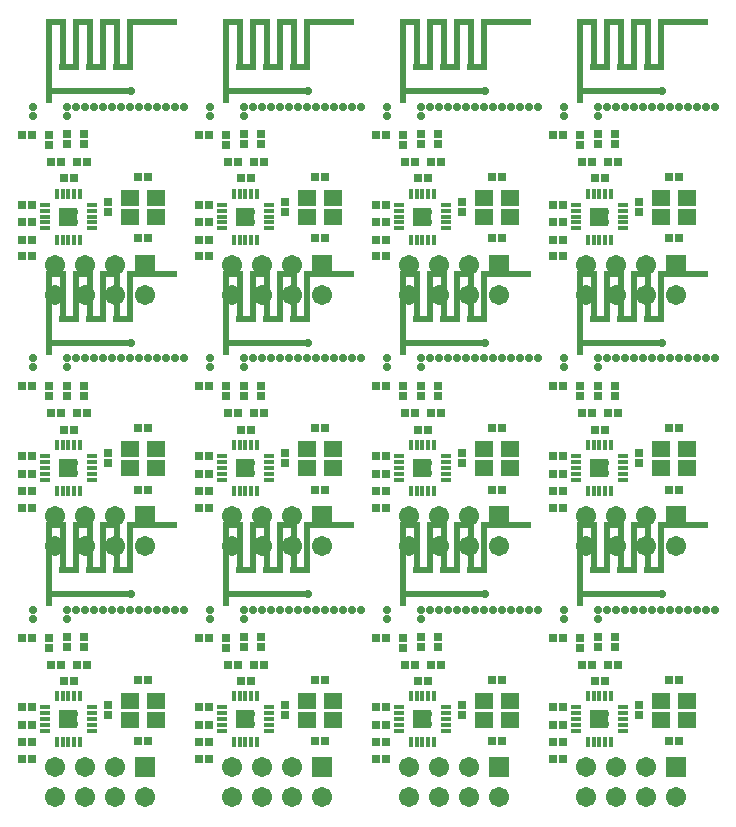
<source format=gts>
G04*
G04 #@! TF.GenerationSoftware,Altium Limited,Altium Designer,18.1.7 (191)*
G04*
G04 Layer_Color=8388736*
%FSLAX25Y25*%
%MOIN*%
G70*
G01*
G75*
%ADD29R,0.02000X0.17000*%
%ADD30R,0.06500X0.02000*%
%ADD31R,0.27300X0.02000*%
%ADD33R,0.16500X0.02000*%
%ADD40R,0.02000X0.28000*%
%ADD41R,0.02762X0.02959*%
%ADD42R,0.06400X0.06400*%
%ADD43O,0.03550X0.01502*%
%ADD44O,0.01502X0.03550*%
%ADD45R,0.02959X0.02762*%
%ADD46R,0.06312X0.05328*%
%ADD47C,0.06706*%
%ADD48R,0.06706X0.06706*%
%ADD49C,0.02769*%
D29*
X189313Y261500D02*
D03*
X198313D02*
D03*
X207313D02*
D03*
X202813D02*
D03*
X193813D02*
D03*
X184813D02*
D03*
X248313D02*
D03*
X257313D02*
D03*
X266313D02*
D03*
X261813D02*
D03*
X252813D02*
D03*
X243813D02*
D03*
X307313D02*
D03*
X316313D02*
D03*
X325313D02*
D03*
X320813D02*
D03*
X311813D02*
D03*
X302813D02*
D03*
X366313D02*
D03*
X375313D02*
D03*
X384313D02*
D03*
X379813D02*
D03*
X370813D02*
D03*
X361813D02*
D03*
X189313Y345282D02*
D03*
X198313D02*
D03*
X207313D02*
D03*
X202813D02*
D03*
X193813D02*
D03*
X184813D02*
D03*
X248313D02*
D03*
X257313D02*
D03*
X266313D02*
D03*
X261813D02*
D03*
X252813D02*
D03*
X243813D02*
D03*
X307313D02*
D03*
X316313D02*
D03*
X325313D02*
D03*
X320813D02*
D03*
X311813D02*
D03*
X302813D02*
D03*
X366313D02*
D03*
X375313D02*
D03*
X384313D02*
D03*
X379813D02*
D03*
X370813D02*
D03*
X361813D02*
D03*
X189313Y429064D02*
D03*
X198313D02*
D03*
X207313D02*
D03*
X202813D02*
D03*
X193813D02*
D03*
X184813D02*
D03*
X248313D02*
D03*
X257313D02*
D03*
X266313D02*
D03*
X261813D02*
D03*
X252813D02*
D03*
X243813D02*
D03*
X307313D02*
D03*
X316313D02*
D03*
X325313D02*
D03*
X320813D02*
D03*
X311813D02*
D03*
X302813D02*
D03*
X366313D02*
D03*
X375313D02*
D03*
X384313D02*
D03*
X379813D02*
D03*
X370813D02*
D03*
X361813D02*
D03*
D30*
X205063Y254000D02*
D03*
X196063D02*
D03*
X187063D02*
D03*
X191563Y269000D02*
D03*
X182563D02*
D03*
X200563D02*
D03*
X264063Y254000D02*
D03*
X255063D02*
D03*
X246063D02*
D03*
X250563Y269000D02*
D03*
X241563D02*
D03*
X259563D02*
D03*
X323063Y254000D02*
D03*
X314063D02*
D03*
X305063D02*
D03*
X309563Y269000D02*
D03*
X300563D02*
D03*
X318563D02*
D03*
X382063Y254000D02*
D03*
X373063D02*
D03*
X364063D02*
D03*
X368563Y269000D02*
D03*
X359563D02*
D03*
X377563D02*
D03*
X205063Y337782D02*
D03*
X196063D02*
D03*
X187063D02*
D03*
X191563Y352782D02*
D03*
X182563D02*
D03*
X200563D02*
D03*
X264063Y337782D02*
D03*
X255063D02*
D03*
X246063D02*
D03*
X250563Y352782D02*
D03*
X241563D02*
D03*
X259563D02*
D03*
X323063Y337782D02*
D03*
X314063D02*
D03*
X305063D02*
D03*
X309563Y352782D02*
D03*
X300563D02*
D03*
X318563D02*
D03*
X382063Y337782D02*
D03*
X373063D02*
D03*
X364063D02*
D03*
X368563Y352782D02*
D03*
X359563D02*
D03*
X377563D02*
D03*
X205063Y421563D02*
D03*
X196063D02*
D03*
X187063D02*
D03*
X191563Y436563D02*
D03*
X182563D02*
D03*
X200563D02*
D03*
X264063Y421563D02*
D03*
X255063D02*
D03*
X246063D02*
D03*
X250563Y436563D02*
D03*
X241563D02*
D03*
X259563D02*
D03*
X323063Y421563D02*
D03*
X314063D02*
D03*
X305063D02*
D03*
X309563Y436563D02*
D03*
X300563D02*
D03*
X318563D02*
D03*
X382063Y421563D02*
D03*
X373063D02*
D03*
X364063D02*
D03*
X368563Y436563D02*
D03*
X359563D02*
D03*
X377563D02*
D03*
D31*
X194913Y246000D02*
D03*
X253913D02*
D03*
X312913D02*
D03*
X371913D02*
D03*
X194913Y329782D02*
D03*
X253913D02*
D03*
X312913D02*
D03*
X371913D02*
D03*
X194913Y413563D02*
D03*
X253913D02*
D03*
X312913D02*
D03*
X371913D02*
D03*
D33*
X214563Y269000D02*
D03*
X273563D02*
D03*
X332563D02*
D03*
X391563D02*
D03*
X214563Y352782D02*
D03*
X273563D02*
D03*
X332563D02*
D03*
X391563D02*
D03*
X214563Y436563D02*
D03*
X273563D02*
D03*
X332563D02*
D03*
X391563D02*
D03*
D40*
X180313Y256000D02*
D03*
X239313D02*
D03*
X298313D02*
D03*
X357313D02*
D03*
X180313Y339782D02*
D03*
X239313D02*
D03*
X298313D02*
D03*
X357313D02*
D03*
X180313Y423563D02*
D03*
X239313D02*
D03*
X298313D02*
D03*
X357313D02*
D03*
D41*
X180827Y222500D02*
D03*
X184173D02*
D03*
X171327Y208260D02*
D03*
X174673D02*
D03*
X171327Y202354D02*
D03*
X174673D02*
D03*
X185327Y217000D02*
D03*
X188673D02*
D03*
X174500Y231500D02*
D03*
X171153D02*
D03*
X174673Y196646D02*
D03*
X171327D02*
D03*
X174673Y191000D02*
D03*
X171327D02*
D03*
X192847Y222500D02*
D03*
X189500D02*
D03*
X213173Y217500D02*
D03*
X209827D02*
D03*
X209827Y197000D02*
D03*
X213173D02*
D03*
X239827Y222500D02*
D03*
X243173D02*
D03*
X230327Y208260D02*
D03*
X233673D02*
D03*
X230327Y202354D02*
D03*
X233673D02*
D03*
X244327Y217000D02*
D03*
X247673D02*
D03*
X233500Y231500D02*
D03*
X230153D02*
D03*
X233673Y196646D02*
D03*
X230327D02*
D03*
X233673Y191000D02*
D03*
X230327D02*
D03*
X251847Y222500D02*
D03*
X248500D02*
D03*
X272173Y217500D02*
D03*
X268827D02*
D03*
X268827Y197000D02*
D03*
X272173D02*
D03*
X298827Y222500D02*
D03*
X302173D02*
D03*
X289327Y208260D02*
D03*
X292673D02*
D03*
X289327Y202354D02*
D03*
X292673D02*
D03*
X303327Y217000D02*
D03*
X306673D02*
D03*
X292500Y231500D02*
D03*
X289154D02*
D03*
X292673Y196646D02*
D03*
X289327D02*
D03*
X292673Y191000D02*
D03*
X289327D02*
D03*
X310846Y222500D02*
D03*
X307500D02*
D03*
X331173Y217500D02*
D03*
X327827D02*
D03*
X327827Y197000D02*
D03*
X331173D02*
D03*
X357827Y222500D02*
D03*
X361173D02*
D03*
X348327Y208260D02*
D03*
X351673D02*
D03*
X348327Y202354D02*
D03*
X351673D02*
D03*
X362327Y217000D02*
D03*
X365673D02*
D03*
X351500Y231500D02*
D03*
X348153D02*
D03*
X351673Y196646D02*
D03*
X348327D02*
D03*
X351673Y191000D02*
D03*
X348327D02*
D03*
X369847Y222500D02*
D03*
X366500D02*
D03*
X390173Y217500D02*
D03*
X386827D02*
D03*
X386827Y197000D02*
D03*
X390173D02*
D03*
X180827Y306282D02*
D03*
X184173D02*
D03*
X171327Y292042D02*
D03*
X174673D02*
D03*
X171327Y286136D02*
D03*
X174673D02*
D03*
X185327Y300782D02*
D03*
X188673D02*
D03*
X174500Y315282D02*
D03*
X171153D02*
D03*
X174673Y280427D02*
D03*
X171327D02*
D03*
X174673Y274782D02*
D03*
X171327D02*
D03*
X192847Y306282D02*
D03*
X189500D02*
D03*
X213173Y301282D02*
D03*
X209827D02*
D03*
X209827Y280782D02*
D03*
X213173D02*
D03*
X239827Y306282D02*
D03*
X243173D02*
D03*
X230327Y292042D02*
D03*
X233673D02*
D03*
X230327Y286136D02*
D03*
X233673D02*
D03*
X244327Y300782D02*
D03*
X247673D02*
D03*
X233500Y315282D02*
D03*
X230153D02*
D03*
X233673Y280427D02*
D03*
X230327D02*
D03*
X233673Y274782D02*
D03*
X230327D02*
D03*
X251847Y306282D02*
D03*
X248500D02*
D03*
X272173Y301282D02*
D03*
X268827D02*
D03*
X268827Y280782D02*
D03*
X272173D02*
D03*
X298827Y306282D02*
D03*
X302173D02*
D03*
X289327Y292042D02*
D03*
X292673D02*
D03*
X289327Y286136D02*
D03*
X292673D02*
D03*
X303327Y300782D02*
D03*
X306673D02*
D03*
X292500Y315282D02*
D03*
X289154D02*
D03*
X292673Y280427D02*
D03*
X289327D02*
D03*
X292673Y274782D02*
D03*
X289327D02*
D03*
X310846Y306282D02*
D03*
X307500D02*
D03*
X331173Y301282D02*
D03*
X327827D02*
D03*
X327827Y280782D02*
D03*
X331173D02*
D03*
X357827Y306282D02*
D03*
X361173D02*
D03*
X348327Y292042D02*
D03*
X351673D02*
D03*
X348327Y286136D02*
D03*
X351673D02*
D03*
X362327Y300782D02*
D03*
X365673D02*
D03*
X351500Y315282D02*
D03*
X348153D02*
D03*
X351673Y280427D02*
D03*
X348327D02*
D03*
X351673Y274782D02*
D03*
X348327D02*
D03*
X369847Y306282D02*
D03*
X366500D02*
D03*
X390173Y301282D02*
D03*
X386827D02*
D03*
X386827Y280782D02*
D03*
X390173D02*
D03*
X180827Y390064D02*
D03*
X184173D02*
D03*
X171327Y375823D02*
D03*
X174673D02*
D03*
X171327Y369918D02*
D03*
X174673D02*
D03*
X185327Y384563D02*
D03*
X188673D02*
D03*
X174500Y399063D02*
D03*
X171153D02*
D03*
X174673Y364209D02*
D03*
X171327D02*
D03*
X174673Y358563D02*
D03*
X171327D02*
D03*
X192847Y390064D02*
D03*
X189500D02*
D03*
X213173Y385064D02*
D03*
X209827D02*
D03*
X209827Y364563D02*
D03*
X213173D02*
D03*
X239827Y390064D02*
D03*
X243173D02*
D03*
X230327Y375823D02*
D03*
X233673D02*
D03*
X230327Y369918D02*
D03*
X233673D02*
D03*
X244327Y384563D02*
D03*
X247673D02*
D03*
X233500Y399063D02*
D03*
X230153D02*
D03*
X233673Y364209D02*
D03*
X230327D02*
D03*
X233673Y358563D02*
D03*
X230327D02*
D03*
X251847Y390064D02*
D03*
X248500D02*
D03*
X272173Y385064D02*
D03*
X268827D02*
D03*
X268827Y364563D02*
D03*
X272173D02*
D03*
X298827Y390064D02*
D03*
X302173D02*
D03*
X289327Y375823D02*
D03*
X292673D02*
D03*
X289327Y369918D02*
D03*
X292673D02*
D03*
X303327Y384563D02*
D03*
X306673D02*
D03*
X292500Y399063D02*
D03*
X289154D02*
D03*
X292673Y364209D02*
D03*
X289327D02*
D03*
X292673Y358563D02*
D03*
X289327D02*
D03*
X310846Y390064D02*
D03*
X307500D02*
D03*
X331173Y385064D02*
D03*
X327827D02*
D03*
X327827Y364563D02*
D03*
X331173D02*
D03*
X357827Y390064D02*
D03*
X361173D02*
D03*
X348327Y375823D02*
D03*
X351673D02*
D03*
X348327Y369918D02*
D03*
X351673D02*
D03*
X362327Y384563D02*
D03*
X365673D02*
D03*
X351500Y399063D02*
D03*
X348153D02*
D03*
X351673Y364209D02*
D03*
X348327D02*
D03*
X351673Y358563D02*
D03*
X348327D02*
D03*
X369847Y390064D02*
D03*
X366500D02*
D03*
X390173Y385064D02*
D03*
X386827D02*
D03*
X386827Y364563D02*
D03*
X390173D02*
D03*
D42*
X186750Y204300D02*
D03*
X245750D02*
D03*
X304750D02*
D03*
X363750D02*
D03*
X186750Y288082D02*
D03*
X245750D02*
D03*
X304750D02*
D03*
X363750D02*
D03*
X186750Y371864D02*
D03*
X245750D02*
D03*
X304750D02*
D03*
X363750D02*
D03*
D43*
X179073Y200363D02*
D03*
Y202331D02*
D03*
Y204300D02*
D03*
Y206269D02*
D03*
Y208237D02*
D03*
X194427D02*
D03*
Y206269D02*
D03*
Y204300D02*
D03*
Y202331D02*
D03*
Y200363D02*
D03*
X238073D02*
D03*
Y202331D02*
D03*
Y204300D02*
D03*
Y206269D02*
D03*
Y208237D02*
D03*
X253427D02*
D03*
Y206269D02*
D03*
Y204300D02*
D03*
Y202331D02*
D03*
Y200363D02*
D03*
X297073D02*
D03*
Y202331D02*
D03*
Y204300D02*
D03*
Y206269D02*
D03*
Y208237D02*
D03*
X312427D02*
D03*
Y206269D02*
D03*
Y204300D02*
D03*
Y202331D02*
D03*
Y200363D02*
D03*
X356073D02*
D03*
Y202331D02*
D03*
Y204300D02*
D03*
Y206269D02*
D03*
Y208237D02*
D03*
X371427D02*
D03*
Y206269D02*
D03*
Y204300D02*
D03*
Y202331D02*
D03*
Y200363D02*
D03*
X179073Y284145D02*
D03*
Y286113D02*
D03*
Y288082D02*
D03*
Y290050D02*
D03*
Y292019D02*
D03*
X194427D02*
D03*
Y290050D02*
D03*
Y288082D02*
D03*
Y286113D02*
D03*
Y284145D02*
D03*
X238073D02*
D03*
Y286113D02*
D03*
Y288082D02*
D03*
Y290050D02*
D03*
Y292019D02*
D03*
X253427D02*
D03*
Y290050D02*
D03*
Y288082D02*
D03*
Y286113D02*
D03*
Y284145D02*
D03*
X297073D02*
D03*
Y286113D02*
D03*
Y288082D02*
D03*
Y290050D02*
D03*
Y292019D02*
D03*
X312427D02*
D03*
Y290050D02*
D03*
Y288082D02*
D03*
Y286113D02*
D03*
Y284145D02*
D03*
X356073D02*
D03*
Y286113D02*
D03*
Y288082D02*
D03*
Y290050D02*
D03*
Y292019D02*
D03*
X371427D02*
D03*
Y290050D02*
D03*
Y288082D02*
D03*
Y286113D02*
D03*
Y284145D02*
D03*
X179073Y367927D02*
D03*
Y369895D02*
D03*
Y371864D02*
D03*
Y373832D02*
D03*
Y375800D02*
D03*
X194427D02*
D03*
Y373832D02*
D03*
Y371864D02*
D03*
Y369895D02*
D03*
Y367927D02*
D03*
X238073D02*
D03*
Y369895D02*
D03*
Y371864D02*
D03*
Y373832D02*
D03*
Y375800D02*
D03*
X253427D02*
D03*
Y373832D02*
D03*
Y371864D02*
D03*
Y369895D02*
D03*
Y367927D02*
D03*
X297073D02*
D03*
Y369895D02*
D03*
Y371864D02*
D03*
Y373832D02*
D03*
Y375800D02*
D03*
X312427D02*
D03*
Y373832D02*
D03*
Y371864D02*
D03*
Y369895D02*
D03*
Y367927D02*
D03*
X356073D02*
D03*
Y369895D02*
D03*
Y371864D02*
D03*
Y373832D02*
D03*
Y375800D02*
D03*
X371427D02*
D03*
Y373832D02*
D03*
Y371864D02*
D03*
Y369895D02*
D03*
Y367927D02*
D03*
D44*
X182813Y211977D02*
D03*
X184782D02*
D03*
X186750D02*
D03*
X188718D02*
D03*
X190687D02*
D03*
Y196623D02*
D03*
X188718D02*
D03*
X186750D02*
D03*
X184782D02*
D03*
X182813D02*
D03*
X241813Y211977D02*
D03*
X243781D02*
D03*
X245750D02*
D03*
X247719D02*
D03*
X249687D02*
D03*
Y196623D02*
D03*
X247719D02*
D03*
X245750D02*
D03*
X243781D02*
D03*
X241813D02*
D03*
X300813Y211977D02*
D03*
X302782D02*
D03*
X304750D02*
D03*
X306718D02*
D03*
X308687D02*
D03*
Y196623D02*
D03*
X306718D02*
D03*
X304750D02*
D03*
X302782D02*
D03*
X300813D02*
D03*
X359813Y211977D02*
D03*
X361782D02*
D03*
X363750D02*
D03*
X365719D02*
D03*
X367687D02*
D03*
Y196623D02*
D03*
X365719D02*
D03*
X363750D02*
D03*
X361782D02*
D03*
X359813D02*
D03*
X182813Y295759D02*
D03*
X184782D02*
D03*
X186750D02*
D03*
X188718D02*
D03*
X190687D02*
D03*
Y280405D02*
D03*
X188718D02*
D03*
X186750D02*
D03*
X184782D02*
D03*
X182813D02*
D03*
X241813Y295759D02*
D03*
X243781D02*
D03*
X245750D02*
D03*
X247719D02*
D03*
X249687D02*
D03*
Y280405D02*
D03*
X247719D02*
D03*
X245750D02*
D03*
X243781D02*
D03*
X241813D02*
D03*
X300813Y295759D02*
D03*
X302782D02*
D03*
X304750D02*
D03*
X306718D02*
D03*
X308687D02*
D03*
Y280405D02*
D03*
X306718D02*
D03*
X304750D02*
D03*
X302782D02*
D03*
X300813D02*
D03*
X359813Y295759D02*
D03*
X361782D02*
D03*
X363750D02*
D03*
X365719D02*
D03*
X367687D02*
D03*
Y280405D02*
D03*
X365719D02*
D03*
X363750D02*
D03*
X361782D02*
D03*
X359813D02*
D03*
X182813Y379541D02*
D03*
X184782D02*
D03*
X186750D02*
D03*
X188718D02*
D03*
X190687D02*
D03*
Y364186D02*
D03*
X188718D02*
D03*
X186750D02*
D03*
X184782D02*
D03*
X182813D02*
D03*
X241813Y379541D02*
D03*
X243781D02*
D03*
X245750D02*
D03*
X247719D02*
D03*
X249687D02*
D03*
Y364186D02*
D03*
X247719D02*
D03*
X245750D02*
D03*
X243781D02*
D03*
X241813D02*
D03*
X300813Y379541D02*
D03*
X302782D02*
D03*
X304750D02*
D03*
X306718D02*
D03*
X308687D02*
D03*
Y364186D02*
D03*
X306718D02*
D03*
X304750D02*
D03*
X302782D02*
D03*
X300813D02*
D03*
X359813Y379541D02*
D03*
X361782D02*
D03*
X363750D02*
D03*
X365719D02*
D03*
X367687D02*
D03*
Y364186D02*
D03*
X365719D02*
D03*
X363750D02*
D03*
X361782D02*
D03*
X359813D02*
D03*
D45*
X180250Y231500D02*
D03*
Y228153D02*
D03*
X200000Y209173D02*
D03*
Y205827D02*
D03*
X186219Y228327D02*
D03*
Y231673D02*
D03*
X192000Y228327D02*
D03*
Y231673D02*
D03*
X239250Y231500D02*
D03*
Y228153D02*
D03*
X259000Y209173D02*
D03*
Y205827D02*
D03*
X245218Y228327D02*
D03*
Y231673D02*
D03*
X251000Y228327D02*
D03*
Y231673D02*
D03*
X298250Y231500D02*
D03*
Y228153D02*
D03*
X318000Y209173D02*
D03*
Y205827D02*
D03*
X304219Y228327D02*
D03*
Y231673D02*
D03*
X310000Y228327D02*
D03*
Y231673D02*
D03*
X357250Y231500D02*
D03*
Y228153D02*
D03*
X377000Y209173D02*
D03*
Y205827D02*
D03*
X363218Y228327D02*
D03*
Y231673D02*
D03*
X369000Y228327D02*
D03*
Y231673D02*
D03*
X180250Y315282D02*
D03*
Y311935D02*
D03*
X200000Y292955D02*
D03*
Y289609D02*
D03*
X186219Y312108D02*
D03*
Y315455D02*
D03*
X192000Y312108D02*
D03*
Y315455D02*
D03*
X239250Y315282D02*
D03*
Y311935D02*
D03*
X259000Y292955D02*
D03*
Y289609D02*
D03*
X245218Y312108D02*
D03*
Y315455D02*
D03*
X251000Y312108D02*
D03*
Y315455D02*
D03*
X298250Y315282D02*
D03*
Y311935D02*
D03*
X318000Y292955D02*
D03*
Y289609D02*
D03*
X304219Y312108D02*
D03*
Y315455D02*
D03*
X310000Y312108D02*
D03*
Y315455D02*
D03*
X357250Y315282D02*
D03*
Y311935D02*
D03*
X377000Y292955D02*
D03*
Y289609D02*
D03*
X363218Y312108D02*
D03*
Y315455D02*
D03*
X369000Y312108D02*
D03*
Y315455D02*
D03*
X180250Y399063D02*
D03*
Y395717D02*
D03*
X200000Y376737D02*
D03*
Y373390D02*
D03*
X186219Y395890D02*
D03*
Y399237D02*
D03*
X192000Y395890D02*
D03*
Y399237D02*
D03*
X239250Y399063D02*
D03*
Y395717D02*
D03*
X259000Y376737D02*
D03*
Y373390D02*
D03*
X245218Y395890D02*
D03*
Y399237D02*
D03*
X251000Y395890D02*
D03*
Y399237D02*
D03*
X298250Y399063D02*
D03*
Y395717D02*
D03*
X318000Y376737D02*
D03*
Y373390D02*
D03*
X304219Y395890D02*
D03*
Y399237D02*
D03*
X310000Y395890D02*
D03*
Y399237D02*
D03*
X357250Y399063D02*
D03*
Y395717D02*
D03*
X377000Y376737D02*
D03*
Y373390D02*
D03*
X363218Y395890D02*
D03*
Y399237D02*
D03*
X369000Y395890D02*
D03*
Y399237D02*
D03*
D46*
X215988Y204201D02*
D03*
X207327Y210500D02*
D03*
Y204201D02*
D03*
X215988Y210500D02*
D03*
X274988Y204201D02*
D03*
X266327Y210500D02*
D03*
Y204201D02*
D03*
X274988Y210500D02*
D03*
X333988Y204201D02*
D03*
X325327Y210500D02*
D03*
Y204201D02*
D03*
X333988Y210500D02*
D03*
X392988Y204201D02*
D03*
X384327Y210500D02*
D03*
Y204201D02*
D03*
X392988Y210500D02*
D03*
X215988Y287983D02*
D03*
X207327Y294282D02*
D03*
Y287983D02*
D03*
X215988Y294282D02*
D03*
X274988Y287983D02*
D03*
X266327Y294282D02*
D03*
Y287983D02*
D03*
X274988Y294282D02*
D03*
X333988Y287983D02*
D03*
X325327Y294282D02*
D03*
Y287983D02*
D03*
X333988Y294282D02*
D03*
X392988Y287983D02*
D03*
X384327Y294282D02*
D03*
Y287983D02*
D03*
X392988Y294282D02*
D03*
X215988Y371764D02*
D03*
X207327Y378064D02*
D03*
Y371764D02*
D03*
X215988Y378064D02*
D03*
X274988Y371764D02*
D03*
X266327Y378064D02*
D03*
Y371764D02*
D03*
X274988Y378064D02*
D03*
X333988Y371764D02*
D03*
X325327Y378064D02*
D03*
Y371764D02*
D03*
X333988Y378064D02*
D03*
X392988Y371764D02*
D03*
X384327Y378064D02*
D03*
Y371764D02*
D03*
X392988Y378064D02*
D03*
D47*
X182150Y178300D02*
D03*
Y188300D02*
D03*
X192150Y178300D02*
D03*
Y188300D02*
D03*
X202150Y178300D02*
D03*
Y188300D02*
D03*
X212150Y178300D02*
D03*
X241150D02*
D03*
Y188300D02*
D03*
X251150Y178300D02*
D03*
Y188300D02*
D03*
X261150Y178300D02*
D03*
Y188300D02*
D03*
X271150Y178300D02*
D03*
X300150D02*
D03*
Y188300D02*
D03*
X310150Y178300D02*
D03*
Y188300D02*
D03*
X320150Y178300D02*
D03*
Y188300D02*
D03*
X330150Y178300D02*
D03*
X359150D02*
D03*
Y188300D02*
D03*
X369150Y178300D02*
D03*
Y188300D02*
D03*
X379150Y178300D02*
D03*
Y188300D02*
D03*
X389150Y178300D02*
D03*
X182150Y262082D02*
D03*
Y272082D02*
D03*
X192150Y262082D02*
D03*
Y272082D02*
D03*
X202150Y262082D02*
D03*
Y272082D02*
D03*
X212150Y262082D02*
D03*
X241150D02*
D03*
Y272082D02*
D03*
X251150Y262082D02*
D03*
Y272082D02*
D03*
X261150Y262082D02*
D03*
Y272082D02*
D03*
X271150Y262082D02*
D03*
X300150D02*
D03*
Y272082D02*
D03*
X310150Y262082D02*
D03*
Y272082D02*
D03*
X320150Y262082D02*
D03*
Y272082D02*
D03*
X330150Y262082D02*
D03*
X359150D02*
D03*
Y272082D02*
D03*
X369150Y262082D02*
D03*
Y272082D02*
D03*
X379150Y262082D02*
D03*
Y272082D02*
D03*
X389150Y262082D02*
D03*
X182150Y345864D02*
D03*
Y355863D02*
D03*
X192150Y345864D02*
D03*
Y355863D02*
D03*
X202150Y345864D02*
D03*
Y355863D02*
D03*
X212150Y345864D02*
D03*
X241150D02*
D03*
Y355863D02*
D03*
X251150Y345864D02*
D03*
Y355863D02*
D03*
X261150Y345864D02*
D03*
Y355863D02*
D03*
X271150Y345864D02*
D03*
X300150D02*
D03*
Y355863D02*
D03*
X310150Y345864D02*
D03*
Y355863D02*
D03*
X320150Y345864D02*
D03*
Y355863D02*
D03*
X330150Y345864D02*
D03*
X359150D02*
D03*
Y355863D02*
D03*
X369150Y345864D02*
D03*
Y355863D02*
D03*
X379150Y345864D02*
D03*
Y355863D02*
D03*
X389150Y345864D02*
D03*
D48*
X212150Y188300D02*
D03*
X271150D02*
D03*
X330150D02*
D03*
X389150D02*
D03*
X212150Y272082D02*
D03*
X271150D02*
D03*
X330150D02*
D03*
X389150D02*
D03*
X212150Y355863D02*
D03*
X271150D02*
D03*
X330150D02*
D03*
X389150D02*
D03*
D49*
X186750Y204300D02*
D03*
X188550Y202600D02*
D03*
Y205950D02*
D03*
X184900D02*
D03*
X185000Y202600D02*
D03*
X225113Y240850D02*
D03*
X222113D02*
D03*
X219113D02*
D03*
X216113D02*
D03*
X213113D02*
D03*
X174813Y237850D02*
D03*
X207563Y246000D02*
D03*
X174813Y240850D02*
D03*
X186113Y237850D02*
D03*
Y240850D02*
D03*
X189113D02*
D03*
X192113D02*
D03*
X195113D02*
D03*
X198113D02*
D03*
X201113D02*
D03*
X204113D02*
D03*
X207113D02*
D03*
X210113D02*
D03*
X245750Y204300D02*
D03*
X247550Y202600D02*
D03*
Y205950D02*
D03*
X243900D02*
D03*
X244000Y202600D02*
D03*
X284113Y240850D02*
D03*
X281113D02*
D03*
X278113D02*
D03*
X275113D02*
D03*
X272113D02*
D03*
X233813Y237850D02*
D03*
X266563Y246000D02*
D03*
X233813Y240850D02*
D03*
X245113Y237850D02*
D03*
Y240850D02*
D03*
X248113D02*
D03*
X251113D02*
D03*
X254113D02*
D03*
X257113D02*
D03*
X260113D02*
D03*
X263113D02*
D03*
X266113D02*
D03*
X269113D02*
D03*
X304750Y204300D02*
D03*
X306550Y202600D02*
D03*
Y205950D02*
D03*
X302900D02*
D03*
X303000Y202600D02*
D03*
X343113Y240850D02*
D03*
X340113D02*
D03*
X337113D02*
D03*
X334113D02*
D03*
X331113D02*
D03*
X292813Y237850D02*
D03*
X325563Y246000D02*
D03*
X292813Y240850D02*
D03*
X304113Y237850D02*
D03*
Y240850D02*
D03*
X307113D02*
D03*
X310113D02*
D03*
X313113D02*
D03*
X316113D02*
D03*
X319113D02*
D03*
X322113D02*
D03*
X325113D02*
D03*
X328113D02*
D03*
X363750Y204300D02*
D03*
X365550Y202600D02*
D03*
Y205950D02*
D03*
X361900D02*
D03*
X362000Y202600D02*
D03*
X402113Y240850D02*
D03*
X399113D02*
D03*
X396113D02*
D03*
X393113D02*
D03*
X390113D02*
D03*
X351813Y237850D02*
D03*
X384563Y246000D02*
D03*
X351813Y240850D02*
D03*
X363113Y237850D02*
D03*
Y240850D02*
D03*
X366113D02*
D03*
X369113D02*
D03*
X372113D02*
D03*
X375113D02*
D03*
X378113D02*
D03*
X381113D02*
D03*
X384113D02*
D03*
X387113D02*
D03*
X186750Y288082D02*
D03*
X188550Y286382D02*
D03*
Y289732D02*
D03*
X184900D02*
D03*
X185000Y286382D02*
D03*
X225113Y324632D02*
D03*
X222113D02*
D03*
X219113D02*
D03*
X216113D02*
D03*
X213113D02*
D03*
X174813Y321632D02*
D03*
X207563Y329782D02*
D03*
X174813Y324632D02*
D03*
X186113Y321632D02*
D03*
Y324632D02*
D03*
X189113D02*
D03*
X192113D02*
D03*
X195113D02*
D03*
X198113D02*
D03*
X201113D02*
D03*
X204113D02*
D03*
X207113D02*
D03*
X210113D02*
D03*
X245750Y288082D02*
D03*
X247550Y286382D02*
D03*
Y289732D02*
D03*
X243900D02*
D03*
X244000Y286382D02*
D03*
X284113Y324632D02*
D03*
X281113D02*
D03*
X278113D02*
D03*
X275113D02*
D03*
X272113D02*
D03*
X233813Y321632D02*
D03*
X266563Y329782D02*
D03*
X233813Y324632D02*
D03*
X245113Y321632D02*
D03*
Y324632D02*
D03*
X248113D02*
D03*
X251113D02*
D03*
X254113D02*
D03*
X257113D02*
D03*
X260113D02*
D03*
X263113D02*
D03*
X266113D02*
D03*
X269113D02*
D03*
X304750Y288082D02*
D03*
X306550Y286382D02*
D03*
Y289732D02*
D03*
X302900D02*
D03*
X303000Y286382D02*
D03*
X343113Y324632D02*
D03*
X340113D02*
D03*
X337113D02*
D03*
X334113D02*
D03*
X331113D02*
D03*
X292813Y321632D02*
D03*
X325563Y329782D02*
D03*
X292813Y324632D02*
D03*
X304113Y321632D02*
D03*
Y324632D02*
D03*
X307113D02*
D03*
X310113D02*
D03*
X313113D02*
D03*
X316113D02*
D03*
X319113D02*
D03*
X322113D02*
D03*
X325113D02*
D03*
X328113D02*
D03*
X363750Y288082D02*
D03*
X365550Y286382D02*
D03*
Y289732D02*
D03*
X361900D02*
D03*
X362000Y286382D02*
D03*
X402113Y324632D02*
D03*
X399113D02*
D03*
X396113D02*
D03*
X393113D02*
D03*
X390113D02*
D03*
X351813Y321632D02*
D03*
X384563Y329782D02*
D03*
X351813Y324632D02*
D03*
X363113Y321632D02*
D03*
Y324632D02*
D03*
X366113D02*
D03*
X369113D02*
D03*
X372113D02*
D03*
X375113D02*
D03*
X378113D02*
D03*
X381113D02*
D03*
X384113D02*
D03*
X387113D02*
D03*
X186750Y371864D02*
D03*
X188550Y370163D02*
D03*
Y373514D02*
D03*
X184900D02*
D03*
X185000Y370163D02*
D03*
X225113Y408414D02*
D03*
X222113D02*
D03*
X219113D02*
D03*
X216113D02*
D03*
X213113D02*
D03*
X174813Y405413D02*
D03*
X207563Y413563D02*
D03*
X174813Y408414D02*
D03*
X186113Y405413D02*
D03*
Y408414D02*
D03*
X189113D02*
D03*
X192113D02*
D03*
X195113D02*
D03*
X198113D02*
D03*
X201113D02*
D03*
X204113D02*
D03*
X207113D02*
D03*
X210113D02*
D03*
X245750Y371864D02*
D03*
X247550Y370163D02*
D03*
Y373514D02*
D03*
X243900D02*
D03*
X244000Y370163D02*
D03*
X284113Y408414D02*
D03*
X281113D02*
D03*
X278113D02*
D03*
X275113D02*
D03*
X272113D02*
D03*
X233813Y405413D02*
D03*
X266563Y413563D02*
D03*
X233813Y408414D02*
D03*
X245113Y405413D02*
D03*
Y408414D02*
D03*
X248113D02*
D03*
X251113D02*
D03*
X254113D02*
D03*
X257113D02*
D03*
X260113D02*
D03*
X263113D02*
D03*
X266113D02*
D03*
X269113D02*
D03*
X304750Y371864D02*
D03*
X306550Y370163D02*
D03*
Y373514D02*
D03*
X302900D02*
D03*
X303000Y370163D02*
D03*
X343113Y408414D02*
D03*
X340113D02*
D03*
X337113D02*
D03*
X334113D02*
D03*
X331113D02*
D03*
X292813Y405413D02*
D03*
X325563Y413563D02*
D03*
X292813Y408414D02*
D03*
X304113Y405413D02*
D03*
Y408414D02*
D03*
X307113D02*
D03*
X310113D02*
D03*
X313113D02*
D03*
X316113D02*
D03*
X319113D02*
D03*
X322113D02*
D03*
X325113D02*
D03*
X328113D02*
D03*
X363750Y371864D02*
D03*
X365550Y370163D02*
D03*
Y373514D02*
D03*
X361900D02*
D03*
X362000Y370163D02*
D03*
X402113Y408414D02*
D03*
X399113D02*
D03*
X396113D02*
D03*
X393113D02*
D03*
X390113D02*
D03*
X351813Y405413D02*
D03*
X384563Y413563D02*
D03*
X351813Y408414D02*
D03*
X363113Y405413D02*
D03*
Y408414D02*
D03*
X366113D02*
D03*
X369113D02*
D03*
X372113D02*
D03*
X375113D02*
D03*
X378113D02*
D03*
X381113D02*
D03*
X384113D02*
D03*
X387113D02*
D03*
M02*

</source>
